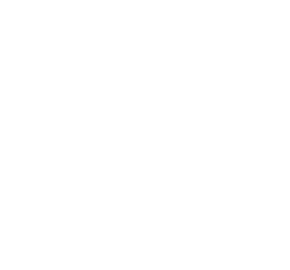
<source format=gbr>
%TF.GenerationSoftware,Altium Limited,Altium Designer,20.1.12 (249)*%
G04 Layer_Color=0*
%FSLAX45Y45*%
%MOMM*%
%TF.SameCoordinates,27206DED-D720-4121-B7EB-46A740E941A3*%
%TF.FilePolarity,Positive*%
%TF.FileFunction,Plated,1,4,PTH,Drill*%
%TF.Part,Single*%
G01*
G75*
%TA.AperFunction,ViaDrill,NotFilled*%
%ADD92C,0.15000*%
D92*
X1415000Y775000D02*
D03*
X1327500Y687500D02*
D03*
X1810000Y116152D02*
D03*
X2327500Y1065000D02*
D03*
X2392500D02*
D03*
X1532500Y1642500D02*
D03*
X1467500D02*
D03*
X1520000Y1455000D02*
D03*
X2205000Y910000D02*
D03*
Y845000D02*
D03*
X1812500Y1380000D02*
D03*
X1915000Y1284967D02*
D03*
X2276635Y1114135D02*
D03*
X217500Y1002500D02*
D03*
X115000D02*
D03*
X320000D02*
D03*
X1902500Y626250D02*
D03*
X2115000Y687500D02*
D03*
X2189235Y781941D02*
D03*
X1005000Y1030000D02*
D03*
X550000Y1647500D02*
D03*
X1060000Y1135000D02*
D03*
X1232500Y1072500D02*
D03*
X2425000Y1127500D02*
D03*
X97500Y782500D02*
D03*
X900000Y637500D02*
D03*
X1732500Y620000D02*
D03*
X1665000Y612500D02*
D03*
X1968003Y606997D02*
D03*
X870000Y2042500D02*
D03*
X1483588Y1273587D02*
D03*
X1650000Y1650000D02*
D03*
X2185000Y427501D02*
D03*
X1570000Y952500D02*
D03*
X1332500Y1055000D02*
D03*
X1265000Y775000D02*
D03*
X1962500Y877500D02*
D03*
X1760000Y875000D02*
D03*
X1350000Y1650000D02*
D03*
X545000Y2242500D02*
D03*
X2088500Y354000D02*
D03*
X1358500Y569000D02*
D03*
X2367500Y877500D02*
D03*
X1852217Y952122D02*
D03*
X2037077Y967903D02*
D03*
X2037828Y1088136D02*
D03*
X1964153Y1237467D02*
D03*
X1752500Y1232499D02*
D03*
X2137662Y622663D02*
D03*
X1940500Y767500D02*
D03*
X2415000Y412500D02*
D03*
X1655000Y1167500D02*
D03*
X1655000Y687500D02*
D03*
X360000Y2072500D02*
D03*
X357500Y1850000D02*
D03*
X812500Y1382500D02*
D03*
X1814500Y767500D02*
D03*
X1152500Y2140000D02*
D03*
X1350000Y1950000D02*
D03*
X1650000D02*
D03*
X1950000D02*
D03*
X1050000Y1650000D02*
D03*
X470000Y797500D02*
D03*
X432500Y715000D02*
D03*
X1170000Y212500D02*
D03*
X1050000Y1212500D02*
D03*
X1232500Y1135000D02*
D03*
X1062500Y2140000D02*
D03*
X580000Y1447500D02*
D03*
X592500Y1115000D02*
D03*
X395000Y1277500D02*
D03*
X672501Y1114999D02*
D03*
X762500Y867500D02*
D03*
X1037500Y770000D02*
D03*
X97500Y715000D02*
D03*
X712500Y77500D02*
D03*
X650000Y1950000D02*
D03*
%TF.MD5,5f4c3f8451a9969c956690664e46952c*%
M02*

</source>
